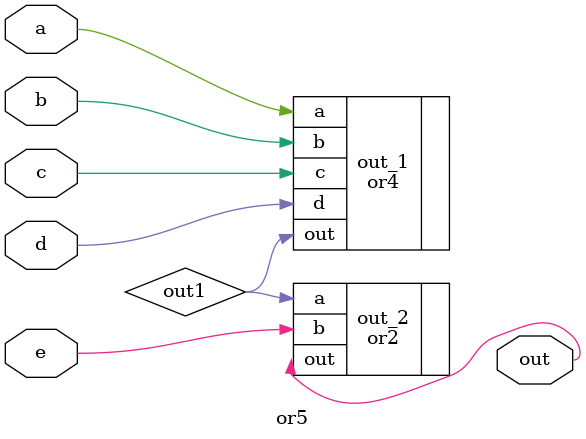
<source format=v>
module or5 (a, b, c, d, e, out);
    input a, b, c, d, e;
    output out;
    wire out1;

    or4 out_1 (.a(a), .b(b), .c(c), .d(d), .out(out1));
    or2 out_2 (.a(out1), .b(e), .out(out));

endmodule

</source>
